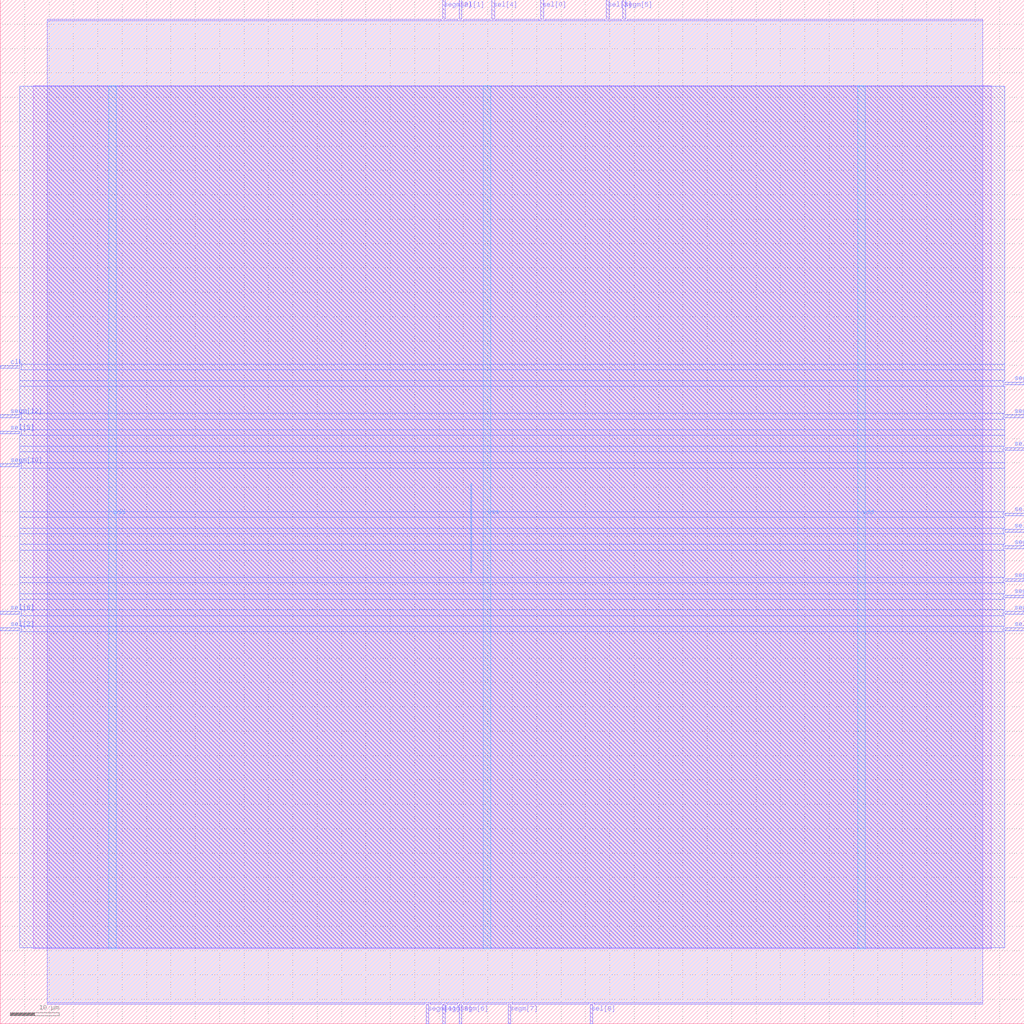
<source format=lef>
VERSION 5.7 ;
  NOWIREEXTENSIONATPIN ON ;
  DIVIDERCHAR "/" ;
  BUSBITCHARS "[]" ;
MACRO ita60
  CLASS BLOCK ;
  FOREIGN ita60 ;
  ORIGIN 0.000 0.000 ;
  SIZE 210.000 BY 210.000 ;
  PIN clk
    DIRECTION INPUT ;
    USE SIGNAL ;
    ANTENNAGATEAREA 4.738000 ;
    ANTENNADIFFAREA 0.410400 ;
    PORT
      LAYER Metal3 ;
        RECT 0.000 134.400 4.000 134.960 ;
    END
  END clk
  PIN segm[0]
    DIRECTION OUTPUT TRISTATE ;
    USE SIGNAL ;
    ANTENNADIFFAREA 0.360800 ;
    PORT
      LAYER Metal3 ;
        RECT 206.000 97.440 210.000 98.000 ;
    END
  END segm[0]
  PIN segm[10]
    DIRECTION OUTPUT TRISTATE ;
    USE SIGNAL ;
    ANTENNADIFFAREA 4.731200 ;
    PORT
      LAYER Metal3 ;
        RECT 0.000 114.240 4.000 114.800 ;
    END
  END segm[10]
  PIN segm[11]
    DIRECTION OUTPUT TRISTATE ;
    USE SIGNAL ;
    ANTENNADIFFAREA 4.731200 ;
    PORT
      LAYER Metal2 ;
        RECT 87.360 0.000 87.920 4.000 ;
    END
  END segm[11]
  PIN segm[12]
    DIRECTION OUTPUT TRISTATE ;
    USE SIGNAL ;
    ANTENNADIFFAREA 4.731200 ;
    PORT
      LAYER Metal3 ;
        RECT 0.000 124.320 4.000 124.880 ;
    END
  END segm[12]
  PIN segm[13]
    DIRECTION OUTPUT TRISTATE ;
    USE SIGNAL ;
    ANTENNADIFFAREA 4.731200 ;
    PORT
      LAYER Metal3 ;
        RECT 206.000 90.720 210.000 91.280 ;
    END
  END segm[13]
  PIN segm[1]
    DIRECTION OUTPUT TRISTATE ;
    USE SIGNAL ;
    ANTENNADIFFAREA 4.731200 ;
    PORT
      LAYER Metal3 ;
        RECT 206.000 84.000 210.000 84.560 ;
    END
  END segm[1]
  PIN segm[2]
    DIRECTION OUTPUT TRISTATE ;
    USE SIGNAL ;
    ANTENNADIFFAREA 4.731200 ;
    PORT
      LAYER Metal2 ;
        RECT 90.720 206.000 91.280 210.000 ;
    END
  END segm[2]
  PIN segm[3]
    DIRECTION OUTPUT TRISTATE ;
    USE SIGNAL ;
    ANTENNADIFFAREA 0.360800 ;
    PORT
      LAYER Metal2 ;
        RECT 90.720 0.000 91.280 4.000 ;
    END
  END segm[3]
  PIN segm[4]
    DIRECTION OUTPUT TRISTATE ;
    USE SIGNAL ;
    ANTENNADIFFAREA 4.731200 ;
    PORT
      LAYER Metal3 ;
        RECT 206.000 87.360 210.000 87.920 ;
    END
  END segm[4]
  PIN segm[5]
    DIRECTION OUTPUT TRISTATE ;
    USE SIGNAL ;
    ANTENNADIFFAREA 0.360800 ;
    PORT
      LAYER Metal2 ;
        RECT 127.680 206.000 128.240 210.000 ;
    END
  END segm[5]
  PIN segm[6]
    DIRECTION OUTPUT TRISTATE ;
    USE SIGNAL ;
    ANTENNADIFFAREA 4.731200 ;
    PORT
      LAYER Metal2 ;
        RECT 94.080 0.000 94.640 4.000 ;
    END
  END segm[6]
  PIN segm[7]
    DIRECTION OUTPUT TRISTATE ;
    USE SIGNAL ;
    ANTENNADIFFAREA 4.731200 ;
    PORT
      LAYER Metal2 ;
        RECT 104.160 0.000 104.720 4.000 ;
    END
  END segm[7]
  PIN segm[8]
    DIRECTION OUTPUT TRISTATE ;
    USE SIGNAL ;
    ANTENNADIFFAREA 4.731200 ;
    PORT
      LAYER Metal3 ;
        RECT 206.000 124.320 210.000 124.880 ;
    END
  END segm[8]
  PIN segm[9]
    DIRECTION OUTPUT TRISTATE ;
    USE SIGNAL ;
    ANTENNADIFFAREA 4.731200 ;
    PORT
      LAYER Metal3 ;
        RECT 206.000 131.040 210.000 131.600 ;
    END
  END segm[9]
  PIN sel[0]
    DIRECTION OUTPUT TRISTATE ;
    USE SIGNAL ;
    ANTENNADIFFAREA 4.731200 ;
    PORT
      LAYER Metal2 ;
        RECT 110.880 206.000 111.440 210.000 ;
    END
  END sel[0]
  PIN sel[10]
    DIRECTION OUTPUT TRISTATE ;
    USE SIGNAL ;
    ANTENNADIFFAREA 4.731200 ;
    PORT
      LAYER Metal3 ;
        RECT 206.000 100.800 210.000 101.360 ;
    END
  END sel[10]
  PIN sel[11]
    DIRECTION OUTPUT TRISTATE ;
    USE SIGNAL ;
    ANTENNADIFFAREA 4.731200 ;
    PORT
      LAYER Metal3 ;
        RECT 206.000 104.160 210.000 104.720 ;
    END
  END sel[11]
  PIN sel[1]
    DIRECTION OUTPUT TRISTATE ;
    USE SIGNAL ;
    ANTENNADIFFAREA 4.731200 ;
    PORT
      LAYER Metal2 ;
        RECT 94.080 206.000 94.640 210.000 ;
    END
  END sel[1]
  PIN sel[2]
    DIRECTION OUTPUT TRISTATE ;
    USE SIGNAL ;
    ANTENNADIFFAREA 4.731200 ;
    PORT
      LAYER Metal3 ;
        RECT 0.000 80.640 4.000 81.200 ;
    END
  END sel[2]
  PIN sel[3]
    DIRECTION OUTPUT TRISTATE ;
    USE SIGNAL ;
    ANTENNADIFFAREA 4.731200 ;
    PORT
      LAYER Metal2 ;
        RECT 124.320 206.000 124.880 210.000 ;
    END
  END sel[3]
  PIN sel[4]
    DIRECTION OUTPUT TRISTATE ;
    USE SIGNAL ;
    ANTENNADIFFAREA 4.731200 ;
    PORT
      LAYER Metal2 ;
        RECT 100.800 206.000 101.360 210.000 ;
    END
  END sel[4]
  PIN sel[5]
    DIRECTION OUTPUT TRISTATE ;
    USE SIGNAL ;
    ANTENNADIFFAREA 4.731200 ;
    PORT
      LAYER Metal3 ;
        RECT 0.000 120.960 4.000 121.520 ;
    END
  END sel[5]
  PIN sel[6]
    DIRECTION OUTPUT TRISTATE ;
    USE SIGNAL ;
    ANTENNADIFFAREA 4.731200 ;
    PORT
      LAYER Metal3 ;
        RECT 0.000 84.000 4.000 84.560 ;
    END
  END sel[6]
  PIN sel[7]
    DIRECTION OUTPUT TRISTATE ;
    USE SIGNAL ;
    ANTENNADIFFAREA 4.731200 ;
    PORT
      LAYER Metal3 ;
        RECT 206.000 117.600 210.000 118.160 ;
    END
  END sel[7]
  PIN sel[8]
    DIRECTION OUTPUT TRISTATE ;
    USE SIGNAL ;
    ANTENNADIFFAREA 4.731200 ;
    PORT
      LAYER Metal2 ;
        RECT 120.960 0.000 121.520 4.000 ;
    END
  END sel[8]
  PIN sel[9]
    DIRECTION OUTPUT TRISTATE ;
    USE SIGNAL ;
    ANTENNADIFFAREA 4.731200 ;
    PORT
      LAYER Metal3 ;
        RECT 206.000 80.640 210.000 81.200 ;
    END
  END sel[9]
  PIN vdd
    DIRECTION INOUT ;
    USE POWER ;
    PORT
      LAYER Metal4 ;
        RECT 22.240 15.380 23.840 192.380 ;
    END
    PORT
      LAYER Metal4 ;
        RECT 175.840 15.380 177.440 192.380 ;
    END
  END vdd
  PIN vss
    DIRECTION INOUT ;
    USE GROUND ;
    PORT
      LAYER Metal4 ;
        RECT 99.040 15.380 100.640 192.380 ;
    END
  END vss
  OBS
      LAYER Metal1 ;
        RECT 6.720 15.380 203.280 192.380 ;
      LAYER Metal2 ;
        RECT 9.660 205.700 90.420 206.000 ;
        RECT 91.580 205.700 93.780 206.000 ;
        RECT 94.940 205.700 100.500 206.000 ;
        RECT 101.660 205.700 110.580 206.000 ;
        RECT 111.740 205.700 124.020 206.000 ;
        RECT 125.180 205.700 127.380 206.000 ;
        RECT 128.540 205.700 201.460 206.000 ;
        RECT 9.660 4.300 201.460 205.700 ;
        RECT 9.660 4.000 87.060 4.300 ;
        RECT 88.220 4.000 90.420 4.300 ;
        RECT 91.580 4.000 93.780 4.300 ;
        RECT 94.940 4.000 103.860 4.300 ;
        RECT 105.020 4.000 120.660 4.300 ;
        RECT 121.820 4.000 201.460 4.300 ;
      LAYER Metal3 ;
        RECT 4.000 135.260 206.000 192.220 ;
        RECT 4.300 134.100 206.000 135.260 ;
        RECT 4.000 131.900 206.000 134.100 ;
        RECT 4.000 130.740 205.700 131.900 ;
        RECT 4.000 125.180 206.000 130.740 ;
        RECT 4.300 124.020 205.700 125.180 ;
        RECT 4.000 121.820 206.000 124.020 ;
        RECT 4.300 120.660 206.000 121.820 ;
        RECT 4.000 118.460 206.000 120.660 ;
        RECT 4.000 117.300 205.700 118.460 ;
        RECT 4.000 115.100 206.000 117.300 ;
        RECT 4.300 113.940 206.000 115.100 ;
        RECT 4.000 105.020 206.000 113.940 ;
        RECT 4.000 103.860 205.700 105.020 ;
        RECT 4.000 101.660 206.000 103.860 ;
        RECT 4.000 100.500 205.700 101.660 ;
        RECT 4.000 98.300 206.000 100.500 ;
        RECT 4.000 97.140 205.700 98.300 ;
        RECT 4.000 91.580 206.000 97.140 ;
        RECT 4.000 90.420 205.700 91.580 ;
        RECT 4.000 88.220 206.000 90.420 ;
        RECT 4.000 87.060 205.700 88.220 ;
        RECT 4.000 84.860 206.000 87.060 ;
        RECT 4.300 83.700 205.700 84.860 ;
        RECT 4.000 81.500 206.000 83.700 ;
        RECT 4.300 80.340 205.700 81.500 ;
        RECT 4.000 15.540 206.000 80.340 ;
      LAYER Metal4 ;
        RECT 96.460 92.490 96.740 110.790 ;
  END
END ita60
END LIBRARY


</source>
